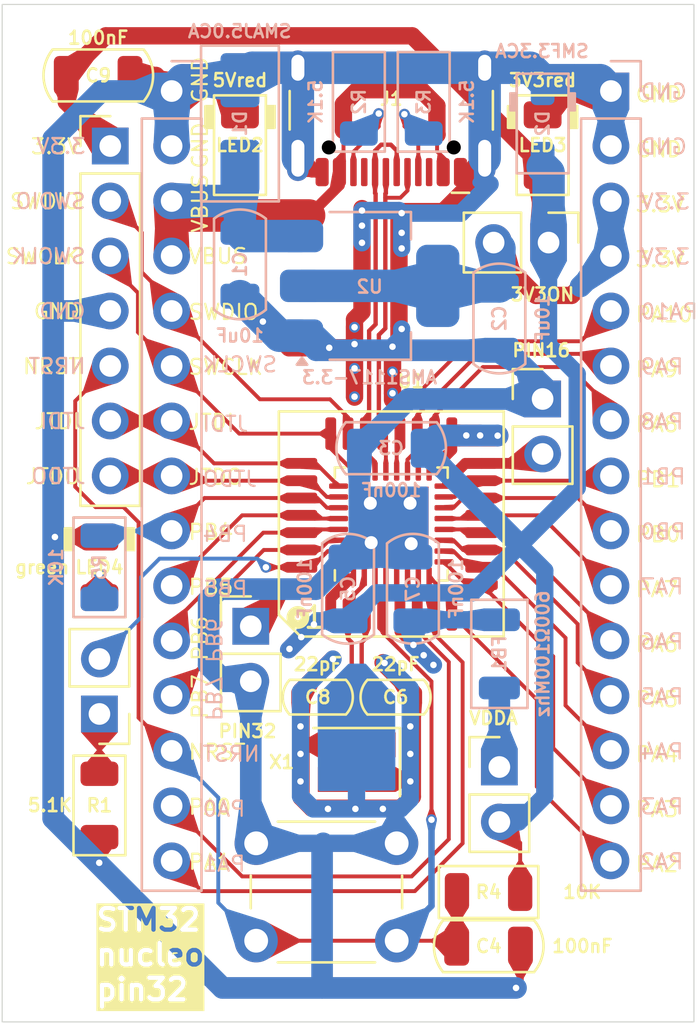
<source format=kicad_pcb>
(kicad_pcb (version 20241229) (generator "pcbnew") (generator_version "9.0")
  (layers (0 "F.Cu" signal) (2 "B.Cu" signal) (13 "F.Paste" user) (15 "B.Paste" user) (5 "F.SilkS" user "F.Silkscreen") (7 "B.SilkS" user "B.Silkscreen") (1 "F.Mask" user) (3 "B.Mask" user) (25 "Edge.Cuts" user))
  (net 0 "")
  (net 1 "VBUS")
  (net 2 "GND")
  (net 3 "/USB-")
  (net 4 "+3.3V")
  (net 5 "/NRST")
  (net 6 "VDDA")
  (net 7 "Net-(J8-Pin_1)")
  (net 9 "Net-(J1-CC1)")
  (net 11 "Net-(J1-CC2)")
  (net 12 "/BOOT0")
  (net 13 "Net-(J2-Pin_2)")
  (net 14 "/VSS2")
  (net 15 "Net-(J4-Pin_1)")
  (net 16 "/PB1")
  (net 17 "/PB7")
  (net 18 "/PA9")
  (net 19 "/PB6")
  (net 20 "/PA8")
  (net 21 "/PB4")
  (net 22 "/PB0")
  (net 23 "/PB5")
  (net 24 "/PA10")
  (net 25 "/PA7")
  (net 26 "/PA1")
  (net 27 "/PIN3_3V")
  (net 28 "/PA3")
  (net 29 "/PA2")
  (net 30 "/PA0")
  (net 31 "/PA4")
  (net 32 "/PA6")
  (net 33 "/PA5")
  (net 34 "/USB+")
  (net 35 "/SWCLK")
  (net 36 "/SWDIO")
  (net 37 "Net-(LED4-A)")
  (net 38 "/OSC32-")
  (net 39 "/OSC32+")
  (net 40 "/JTDI")
  (net 41 "/JTDO")
  (footprint "PCM_Capacitor_SMD_AKL:C_0603_1608Metric" (layer "F.Cu") (at 100.2 108)
    (property "Reference" "C6")
    (property "Value" "22pF")
  )
  (footprint "PCM_Capacitor_SMD_AKL:C_1206_3216Metric" (layer "F.Cu") (at 104.5 119.5)
    (property "Reference" "C4")
    (property "Value" "100nF")
  )
  (footprint "Connector_USB:USB_C_Receptacle_HCTL_HC-TYPE-C-16P-01A" (layer "F.Cu") (at 100 80 180)
    (property "Reference" "J1")
    (property "Value" "USB_C_Receptacle_USB2.0_16P" (hide yes))
  )
  (footprint "PCM_Capacitor_SMD_AKL:C_0603_1608Metric" (layer "F.Cu") (at 96.6 108 180)
    (property "Reference" "C8")
    (property "Value" "22pF")
  )
  (footprint "PCM_LED_SMD_AKL:LED_1206_3216Metric" (layer "F.Cu") (at 86.5 102 -90)
    (property "Reference" "LED4")
    (property "Value" "green")
  )
  (footprint "Button_Switch_THT:SW_PUSH_6mm_H7.3mm" (layer "F.Cu") (at 93.75 114.75)
    (property "Reference" "SW1" (hide yes))
    (property "Value" "SW_Push" (hide yes))
  )
  (footprint "Crystal:Crystal_SMD_SeikoEpson_TSX3225-4Pin_3.2x2.5mm" (layer "F.Cu") (at 98.4 111 180)
    (property "Reference" "X1")
    (property "Value" "Crystal_Generic_GND24" (hide yes))
  )
  (footprint "PCM_LED_SMD_AKL:LED_1206_3216Metric" (layer "F.Cu") (at 93 82.5 -90)
    (property "Reference" "LED2")
    (property "Value" "5Vred")
  )
  (footprint "Connector_PinHeader_2.54mm:PinHeader_1x02_P2.54mm_Vertical" (layer "F.Cu") (at 105 111.225)
    (property "Reference" "J8" (hide yes))
    (property "Value" "Conn_01x02" (hide yes))
  )
  (footprint "PCM_LED_SMD_AKL:LED_1206_3216Metric" (layer "F.Cu") (at 107 82.5 -90)
    (property "Reference" "LED3")
    (property "Value" "3V3red")
  )
  (footprint "Library:LQFP-32_7x7mm_P0.8mm_QFN-32-1EP_5x5mm_P0.5mm_EP3.45x3.45mm" (layer "F.Cu") (at 100 100 90)
    (property "Reference" "U1")
    (property "Value" "STM32L432K_B-C_Ux" (hide yes))
  )
  (footprint "Connector_PinHeader_2.54mm:PinHeader_1x02_P2.54mm_Vertical" (layer "F.Cu") (at 107.275 87 -90)
    (property "Reference" "J6" (hide yes))
    (property "Value" "Conn_01x02" (hide yes))
  )
  (footprint "Connector_PinHeader_2.54mm:PinHeader_1x02_P2.54mm_Vertical" (layer "F.Cu") (at 107 94.225)
    (property "Reference" "J3" (hide yes))
    (property "Value" "Conn_01x02" (hide yes))
  )
  (footprint "PCM_Resistor_SMD_AKL:R_1206_3216Metric" (layer "F.Cu") (at 104.5 117 180)
    (property "Reference" "R4")
    (property "Value" "10K")
  )
  (footprint "Connector_PinHeader_2.54mm:PinHeader_1x07_P2.54mm_Vertical" (layer "F.Cu") (at 87 82.54)
    (property "Reference" "J16" (hide yes))
    (property "Value" "Conn_01x07" (hide yes))
  )
  (footprint "PCM_Resistor_SMD_AKL:R_1206_3216Metric" (layer "F.Cu") (at 86.5 113 90)
    (property "Reference" "R1")
    (property "Value" "5.1K")
  )
  (footprint "PCM_Capacitor_SMD_AKL:C_1206_3216Metric" (layer "F.Cu") (at 86.44 79.28)
    (property "Reference" "C9")
    (property "Value" "100nF")
  )
  (footprint "Connector_PinHeader_2.54mm:PinHeader_1x02_P2.54mm_Vertical" (layer "F.Cu") (at 86.5 108.775 180)
    (property "Reference" "J2" (hide yes))
    (property "Value" "Conn_01x02" (hide yes))
  )
  (footprint "Connector_PinHeader_2.54mm:PinHeader_1x02_P2.54mm_Vertical" (layer "F.Cu") (at 93.5 104.725)
    (property "Reference" "J4" (hide yes))
    (property "Value" "Conn_01x02" (hide yes))
  )
  (footprint "PCM_Capacitor_SMD_AKL:C_1206_3216Metric" (layer "B.Cu") (at 93 88 -90)
    (property "Reference" "C1")
    (property "Value" "10uF")
  )
  (footprint "PCM_Resistor_SMD_AKL:R_1206_3216Metric" (layer "B.Cu") (at 98.5 80.5 90)
    (property "Reference" "R2")
    (property "Value" "5.1K")
  )
  (footprint "PCM_Capacitor_SMD_AKL:C_1206_3216Metric" (layer "B.Cu") (at 105 90.5 -90)
    (property "Reference" "C2")
    (property "Value" "10uF")
  )
  (footprint "PCM_Capacitor_SMD_AKL:C_1206_3216Metric" (layer "B.Cu") (at 98 103 90)
    (property "Reference" "C5")
    (property "Value" "100nF")
  )
  (footprint "Connector_PinHeader_2.54mm:PinHeader_1x15_P2.54mm_Vertical" (layer "B.Cu") (at 110.16 80 180)
    (property "Reference" "J7" (hide yes))
    (property "Value" "Conn_01x15" (hide yes))
  )
  (footprint "Connector_PinHeader_2.54mm:PinHeader_1x15_P2.54mm_Vertical" (layer "B.Cu") (at 89.84 80 180)
    (property "Reference" "J5" (hide yes))
    (property "Value" "Conn_01x15" (hide yes))
  )
  (footprint "PCM_Diode_SMD_AKL:D_SMA_TVS" (layer "B.Cu") (at 93 81.5 -90)
    (property "Reference" "D1")
    (property "Value" "SMAJ5.0CA")
  )
  (footprint "Package_TO_SOT_SMD:SOT-223-3_TabPin2" (layer "B.Cu") (at 99 89)
    (property "Reference" "U2")
    (property "Value" "AMS1117-3.3")
  )
  (footprint "PCM_Diode_SMD_AKL:D_SOD-123F" (layer "B.Cu") (at 107 81.5 -90)
    (property "Reference" "D2")
    (property "Value" "SMF3.3CA")
  )
  (footprint "PCM_Capacitor_SMD_AKL:C_1206_3216Metric" (layer "B.Cu") (at 101 103 90)
    (property "Reference" "C7")
    (property "Value" "100nF")
  )
  (footprint "PCM_Resistor_SMD_AKL:R_1206_3216Metric" (layer "B.Cu") (at 101.5 80.5 90)
    (property "Reference" "R3")
    (property "Value" "5.1K")
  )
  (footprint "PCM_Ferrite_SMD_AKL:Ferrite_1206_3216Metric" (layer "B.Cu") (at 105 106 90)
    (property "Reference" "FB1")
    (property "Value" "600Ω100Mhz")
  )
  (footprint "PCM_Resistor_SMD_AKL:R_1206_3216Metric" (layer "B.Cu") (at 86.5 102 -90)
    (property "Reference" "R5")
    (property "Value" "10K")
  )
  (footprint "PCM_Capacitor_SMD_AKL:C_1206_3216Metric" (layer "B.Cu") (at 100 96.5 180)
    (property "Reference" "C3")
    (property "Value" "100nF")
  )
  (gr_poly (pts (xy 98.07 106.55) (xy 96.69 107.94) (xy 96.71 112.24) (xy 100.09 112.21) (xy 100.08 107.99) (xy 98.77 106.55)) (stroke (width 0.2)) (fill yes) (layer "B.Cu") (net 2))
  (gr_rect (start 98.38 98.37) (end 101.62 101.65) (stroke (width 0.2)) (fill yes) (layer "B.Cu") (net 2))
  (gr_rect (start 82 76) (end 114 123) (stroke (width 0.05)) (fill no) (layer "Edge.Cuts"))
  (gr_text "GND\n" (at 91.56 83.65 90) (layer "F.SilkS") (effects (font (size 0.7 0.7) (thickness 0.1)) (justify left bottom)))
  (gr_text "PIN32" (at 91.94 109.92 0) (layer "F.SilkS") (effects (font (size 0.6 0.6) (thickness 0.12) (bold yes)) (justify left bottom)))
  (gr_text "SWDIO" (at 82.3 85.51 0) (layer "F.SilkS") (effects (font (size 0.7 0.7) (thickness 0.1)) (justify left bottom)))
  (gr_text "SWDIO" (at 90.56 90.62 0) (layer "F.SilkS") (effects (font (size 0.7 0.7) (thickness 0.1)) (justify left bottom)))
  (gr_text "PA7" (at 111.24 103.43 0) (layer "F.SilkS") (effects (font (size 0.7 0.7) (thickness 0.1)) (justify left bottom)))
  (gr_text "PA9" (at 111.24 93.27 0) (layer "F.SilkS") (effects (font (size 0.7 0.7) (thickness 0.1)) (justify left bottom)))
  (gr_text "3.3V" (at 111.24 85.65 0) (layer "F.SilkS") (effects (font (size 0.7 0.7) (thickness 0.1)) (justify left bottom)))
  (gr_text "NRST" (at 90.56 110.94 0) (layer "F.SilkS") (effects (font (size 0.7 0.7) (thickness 0.1)) (justify left bottom)))
  (gr_text "JTDI" (at 83.433334 95.67 0) (layer "F.SilkS") (effects (font (size 0.7 0.7) (thickness 0.1)) (justify left bottom)))
  (gr_text "JTDI" (at 90.56 95.7 0) (layer "F.SilkS") (effects (font (size 0.7 0.7) (thickness 0.1)) (justify left bottom)))
  (gr_text "VBUS" (at 90.56 88.04 0) (layer "F.SilkS") (effects (font (size 0.7 0.7) (thickness 0.1)) (justify left bottom)))
  (gr_text "JTDO" (at 90.56 98.24 0) (layer "F.SilkS") (effects (font (size 0.7 0.7) (thickness 0.1)) (justify left bottom)))
  (gr_text "GND\n" (at 91.56 80.61 90) (layer "F.SilkS") (effects (font (size 0.7 0.7) (thickness 0.1)) (justify left bottom)))
  (gr_text "PB5" (at 90.56 103.32 0) (layer "F.SilkS") (effects (font (size 0.7 0.7) (thickness 0.1)) (justify left bottom)))
  (gr_text "PA4" (at 111.24 111.05 0) (layer "F.SilkS") (effects (font (size 0.7 0.7) (thickness 0.1)) (justify left bottom)))
  (gr_text "SWCLK" (at 90.56 93.16 0) (layer "F.SilkS") (effects (font (size 0.7 0.7) (thickness 0.1)) (justify left bottom)))
  (gr_text "NRST" (at 82.9 93.13 0) (layer "F.SilkS") (effects (font (size 0.7 0.7) (thickness 0.1)) (justify left bottom)))
  (gr_text "PA1" (at 90.56 116.02 0) (layer "F.SilkS") (effects (font (size 0.7 0.7) (thickness 0.1)) (justify left bottom)))
  (gr_text "PB4" (at 90.56 100.78 0) (layer "F.SilkS") (effects (font (size 0.7 0.7) (thickness 0.1)) (justify left bottom)))
  (gr_text "PA2" (at 111.24 116.13 0) (layer "F.SilkS") (effects (font (size 0.7 0.7) (thickness 0.1)) (justify left bottom)))
  (gr_text "VDDA" (at 103.53 109.32 0) (layer "F.SilkS") (effects (font (size 0.6 0.6) (thickness 0.12) (bold yes)) (justify left bottom)))
  (gr_text "3V3ON" (at 105.46 89.75 0) (layer "F.SilkS") (effects (font (size 0.6 0.6) (thickness 0.12) (bold yes)) (justify left bottom)))
  (gr_text "PB6" (at 91.56 106.38 90) (layer "F.SilkS") (effects (font (size 0.7 0.7) (thickness 0.1)) (justify left bottom)))
  (gr_text "PB7" (at 91.56 109.07 90) (layer "F.SilkS") (effects (font (size 0.7 0.7) (thickness 0.1)) (justify left bottom)))
  (gr_text "PA6" (at 111.24 105.97 0) (layer "F.SilkS") (effects (font (size 0.7 0.7) (thickness 0.1)) (justify left bottom)))
  (gr_text "GND\n" (at 111.24 80.57 0) (layer "F.SilkS") (effects (font (size 0.7 0.7) (thickness 0.1)) (justify left bottom)))
  (gr_text "PB0" (at 111.24 100.89 0) (layer "F.SilkS") (effects (font (size 0.7 0.7) (thickness 0.1)) (justify left bottom)))
  (gr_text "GND\n" (at 111.24 83.11 0) (layer "F.SilkS") (effects (font (size 0.7 0.7) (thickness 0.1)) (justify left bottom)))
  (gr_text "PA0" (at 90.56 113.48 0) (layer "F.SilkS") (effects (font (size 0.7 0.7) (thickness 0.1)) (justify left bottom)))
  (gr_text "PB1" (at 111.24 98.35 0) (layer "F.SilkS") (effects (font (size 0.7 0.7) (thickness 0.1)) (justify left bottom)))
  (gr_text "PA8" (at 111.24 95.81 0) (layer "F.SilkS") (effects (font (size 0.7 0.7) (thickness 0.1)) (justify left bottom)))
  (gr_text "3.3V" (at 111.24 88.19 0) (layer "F.SilkS") (effects (font (size 0.7 0.7) (thickness 0.1)) (justify left bottom)))
  (gr_text "JTDO" (at 83.033334 98.21 0) (layer "F.SilkS") (effects (font (size 0.7 0.7) (thickness 0.1)) (justify left bottom)))
  (gr_text "PIN16" (at 105.53 92.33 0) (layer "F.SilkS") (effects (font (size 0.6 0.6) (thickness 0.12) (bold yes)) (justify left bottom)))
  (gr_text "STM32\nnucleo\npin32" (at 86.25 122.09 0) (layer "F.SilkS" knockout) (effects (font (size 1 1) (thickness 0.2) (bold yes)) (justify left bottom)))
  (gr_text "SWCLK" (at 82.099999 88.05 0) (layer "F.SilkS") (effects (font (size 0.7 0.7) (thickness 0.1)) (justify left bottom)))
  (gr_text "PA10" (at 111.24 90.73 0) (layer "F.SilkS") (effects (font (size 0.7 0.7) (thickness 0.1)) (justify left bottom)))
  (gr_text "VBUS" (at 91.56 86.6 90) (layer "F.SilkS") (effects (font (size 0.7 0.7) (thickness 0.1)) (justify left bottom)))
  (gr_text "PA5" (at 111.24 108.51 0) (layer "F.SilkS") (effects (font (size 0.7 0.7) (thickness 0.1)) (justify left bottom)))
  (gr_text "GND" (at 83.4 90.59 0) (layer "F.SilkS") (effects (font (size 0.7 0.7) (thickness 0.1)) (justify left bottom)))
  (gr_text "PA3" (at 111.24 113.59 0) (layer "F.SilkS") (effects (font (size 0.7 0.7) (thickness 0.1)) (justify left bottom)))
  (gr_text "3.3V" (at 83.266666 82.97 0) (layer "F.SilkS") (effects (font (size 0.7 0.7) (thickness 0.1)) (justify left bottom)))
  (gr_text "PB5" (at 93.41 103.41 -0) (layer "B.SilkS") (effects (font (size 0.7 0.7) (thickness 0.1)) (justify left bottom mirror)))
  (gr_text "NRST" (at 85.92 93.12 -0) (layer "B.SilkS") (effects (font (size 0.7 0.7) (thickness 0.1)) (justify left bottom mirror)))
  (gr_text "JTDO" (at 85.92 98.2 -0) (layer "B.SilkS") (effects (font (size 0.7 0.7) (thickness 0.1)) (justify left bottom mirror)))
  (gr_text "JTDI" (at 93.443332 95.79 -0) (layer "B.SilkS") (effects (font (size 0.7 0.7) (thickness 0.1)) (justify left bottom mirror)))
  (gr_text "PA9" (at 113.57 93.14 -0) (layer "B.SilkS") (effects (font (size 0.7 0.7) (thickness 0.1)) (justify left bottom mirror)))
  (gr_text "GND" (at 85.92 90.58 -0) (layer "B.SilkS") (effects (font (size 0.7 0.7) (thickness 0.1)) (justify left bottom mirror)))
  (gr_text "JTDI" (at 85.92 95.66 -0) (layer "B.SilkS") (effects (font (size 0.7 0.7) (thickness 0.1)) (justify left bottom mirror)))
  (gr_text "PA7" (at 113.57 103.3 -0) (layer "B.SilkS") (effects (font (size 0.7 0.7) (thickness 0.1)) (justify left bottom mirror)))
  (gr_text "PA6" (at 113.57 105.84 -0) (layer "B.SilkS") (effects (font (size 0.7 0.7) (thickness 0.1)) (justify left bottom mirror)))
  (gr_text "GND\n" (at 113.736666 80.44 -0) (layer "B.SilkS") (effects (font (size 0.7 0.7) (thickness 0.1)) (justify left bottom mirror)))
  (gr_text "PB1" (at 113.67 98.22 -0) (layer "B.SilkS") (effects (font (size 0.7 0.7) (thickness 0.1)) (justify left bottom mirror)))
  (gr_text "3.3V" (at 85.92 82.96 -0) (layer "B.SilkS") (effects (font (size 0.7 0.7) (thickness 0.1)) (justify left bottom mirror)))
  (gr_text "3.3V" (at 113.87 88.06 -0) (layer "B.SilkS") (effects (font (size 0.7 0.7) (thickness 0.1)) (justify left bottom mirror)))
  (gr_text "NRST" (at 93.976666 111.03 -0) (layer "B.SilkS") (effects (font (size 0.7 0.7) (thickness 0.1)) (justify left bottom mirror)))
  (gr_text "PB0" (at 113.67 100.76 -0) (layer "B.SilkS") (effects (font (size 0.7 0.7) (thickness 0.1)) (justify left bottom mirror)))
  (gr_text "PB7" (at 91.353333 109.16 -90) (layer "B.SilkS") (effects (font (size 0.7 0.7) (thickness 0.1)) (justify left bottom mirror)))
  (gr_text "PB6" (at 91.353333 106.47 -90) (layer "B.SilkS") (effects (font (size 0.7 0.7) (thickness 0.1)) (justify left bottom mirror)))
  (gr_text "JTDO" (at 93.843332 98.33 -0) (layer "B.SilkS") (effects (font (size 0.7 0.7) (thickness 0.1)) (justify left bottom mirror)))
  (gr_text "PA2" (at 113.57 116 -0) (layer "B.SilkS") (effects (font (size 0.7 0.7) (thickness 0.1)) (justify left bottom mirror)))
  (gr_text "SWCLK" (at 85.92 88.04 -0) (layer "B.SilkS") (effects (font (size 0.7 0.7) (thickness 0.1)) (justify left bottom mirror)))
  (gr_text "SWDIO" (at 85.92 85.5 -0) (layer "B.SilkS") (effects (font (size 0.7 0.7) (thickness 0.1)) (justify left bottom mirror)))
  (gr_text "PA4" (at 113.57 110.92 -0) (layer "B.SilkS") (effects (font (size 0.7 0.7) (thickness 0.1)) (justify left bottom mirror)))
  (gr_text "SWCLK" (at 94.776667 93.04 -0) (layer "B.SilkS") (effects (font (size 0.7 0.7) (thickness 0.1)) (justify left bottom mirror)))
  (gr_text "GND\n" (at 113.736666 82.98 -0) (layer "B.SilkS") (effects (font (size 0.7 0.7) (thickness 0.1)) (justify left bottom mirror)))
  (gr_text "PA8" (at 113.57 95.68 -0) (layer "B.SilkS") (effects (font (size 0.7 0.7) (thickness 0.1)) (justify left bottom mirror)))
  (gr_text "PA3" (at 113.57 113.46 -0) (layer "B.SilkS") (effects (font (size 0.7 0.7) (thickness 0.1)) (justify left bottom mirror)))
  (gr_text "PA1" (at 93.31 116.11 -0) (layer "B.SilkS") (effects (font (size 0.7 0.7) (thickness 0.1)) (justify left bottom mirror)))
  (gr_text "PA10" (at 114.236667 90.6 -0) (layer "B.SilkS") (effects (font (size 0.7 0.7) (thickness 0.1)) (justify left bottom mirror)))
  (gr_text "PA5" (at 113.57 108.38 -0) (layer "B.SilkS") (effects (font (size 0.7 0.7) (thickness 0.1)) (justify left bottom mirror)))
  (gr_text "3.3V" (at 113.87 85.52 -0) (layer "B.SilkS") (effects (font (size 0.7 0.7) (thickness 0.1)) (justify left bottom mirror)))
  (gr_text "PA0" (at 93.31 113.57 -0) (layer "B.SilkS") (effects (font (size 0.7 0.7) (thickness 0.1)) (justify left bottom mirror)))
  (gr_text "PB4" (at 93.41 100.87 -0) (layer "B.SilkS") (effects (font (size 0.7 0.7) (thickness 0.1)) (justify left bottom mirror)))
  (segment (start 102.12 82.01) (end 102.12 82.791008) (width 0.18) (layer "F.Cu") (net 1))
  (segment (start 97.79 81.82) (end 97.786 81.816) (width 0.8) (layer "F.Cu") (net 1))
  (segment (start 102.11 80.68) (end 102.11 82) (width 0.8) (layer "F.Cu") (net 1))
  (segment (start 90.51 85.75) (end 89.84 85.08) (width 1.5) (layer "F.Cu") (net 1))
  (segment (start 102.12 82.791008) (end 102.4 83.071008) (width 0.18) (layer "F.Cu") (net 1))
  (segment (start 89.84 87.62) (end 89.84 85.08) (width 1.5) (layer "F.Cu") (net 1))
  (segment (start 101.37 79.94) (end 102.11 80.68) (width 0.8) (layer "F.Cu") (net 1))
  (segment (start 93 85.75) (end 93 83.9) (width 0.3) (layer "F.Cu") (net 1))
  (segment (start 97.79 81.82) (end 97.79 83.555) (width 0.18) (layer "F.Cu") (net 1))
  (segment (start 97.6 84.350104) (end 96.200104 85.75) (width 0.5) (layer "F.Cu") (net 1))
  (segment (start 96.200104 85.75) (end 90.51 85.75) (width 1.5) (layer "F.Cu") (net 1))
  (segment (start 97.6 83.745) (end 97.6 84.350104) (width 0.5) (layer "F.Cu") (net 1))
  (segment (start 98.45 79.94) (end 101.37 79.94) (width 0.8) (layer "F.Cu") (net 1))
  (segment (start 97.786 81.816) (end 97.786 80.604) (width 0.8) (layer "F.Cu") (net 1))
  (segment (start 97.786 80.604) (end 98.45 79.94) (width 0.8) (layer "F.Cu") (net 1))
  (segment (start 102.11 82) (end 102.12 82.01) (width 0.8) (layer "F.Cu") (net 1))
  (segment (start 102.4 83.071008) (end 102.4 83.745) (width 0.18) (layer "F.Cu") (net 1))
  (segment (start 93.175 86.7) (end 93 86.525) (width 1.5) (layer "B.Cu") (net 1))
  (segment (start 95.85 86.7) (end 93.175 86.7) (width 1.5) (layer "B.Cu") (net 1))
  (segment (start 93 83.5) (end 93 86.525) (width 1.5) (layer "B.Cu") (net 1))
  (segment (start 93 85.08) (end 93 83.5) (width 1.5) (layer "B.Cu") (net 1))
  (segment (start 89.84 85.08) (end 93 85.08) (width 1.5) (layer "B.Cu") (net 1))
  (segment (start 95.825 107.715) (end 97.3 106.24) (width 0.8) (layer "F.Cu") (net 2))
  (segment (start 98.3 92.81) (end 98.3 94.12) (width 0.8) (layer "F.Cu") (net 2))
  (segment (start 98.644 87.01) (end 98.644 86.22) (width 0.8) (layer "F.Cu") (net 2))
  (segment (start 98.3 94.12) (end 98.3 94.14) (width 0.8) (layer "F.Cu") (net 2))
  (segment (start 110.15 80.01) (end 110.16 80) (width 1) (layer "F.Cu") (net 2))
  (segment (start 98.3 90.544) (end 98.3 90.91) (width 0.8) (layer "F.Cu") (net 2))
  (segment (start 100.056 93.96) (end 100.056 91.81) (width 0.8) (layer "F.Cu") (net 2))
  (segment (start 98.3 91.86) (end 97.13 91.86) (width 0.8) (layer "F.Cu") (net 2))
  (segment (start 105.78 121.43) (end 105.975001 121.234999) (width 0.3) (layer "F.Cu") (net 2))
  (segment (start 98.3 91.86) (end 98.3 92.81) (width 0.8) (layer "F.Cu") (net 2))
  (segment (start 104.32 83.655) (end 102.405 85.57) (width 0.8) (layer "F.Cu") (net 2))
  (segment (start 100.356 91.51) (end 100.356 90.866) (width 0.8) (layer "F.Cu") (net 2))
  (segment (start 103.2 83.745) (end 103.68 83.745) (width 0.5) (layer "F.Cu") (net 2))
  (segment (start 91.9 80) (end 93 81.1) (width 0.3) (layer "F.Cu") (net 2))
  (segment (start 97.13 91.86) (end 95.27 91.86) (width 0.8) (layer "F.Cu") (net 2))
  (segment (start 100.975 108) (end 100.975 107.761282) (width 0.8) (layer "F.Cu") (net 2))
  (segment (start 98.3 91.69) (end 98.3 91.86) (width 0.8) (layer "F.Cu") (net 2))
  (segment (start 95.835 110.2) (end 95.825 110.19) (width 0.5) (layer "F.Cu") (net 2))
  (segment (start 96.32 83.745) (end 95.68 83.105) (width 0.5) (layer "F.Cu") (net 2))
  (segment (start 100.056 91.81) (end 100.356 91.51) (width 0.8) (layer "F.Cu") (net 2))
  (segment (start 100.056 92.97) (end 100.056 91.81) (width 0.8) (layer "F.Cu") (net 2))
  (segment (start 98.644 85.52) (end 98.644 85.43) (width 0.8) (layer "F.Cu") (net 2))
  (segment (start 98.3 94.12) (end 98.3 90.91) (width 0.8) (layer "F.Cu") (net 2))
  (segment (start 95.27 91.86) (end 94.06 90.65) (width 0.8) (layer "F.Cu") (net 2))
  (segment (start 98.3 90.91) (end 98.3 91.69) (width 0.8) (layer "F.Cu") (net 2))
  (segment (start 100.975 108) (end 100.975 112.595) (width 0.8) (layer "F.Cu") (net 2))
  (segment (start 100.975 107.761282) (end 99.621859 106.408141) (width 0.8) (layer "F.Cu") (net 2))
  (segment (start 86.5 115.64) (end 86.49 115.65) (width 0.3) (layer "F.Cu") (net 2))
  (segment (start 98.644 90.2) (end 98.3 90.544) (width 0.8) (layer "F.Cu") (net 2))
  (segment (start 86.5 100.600001) (end 84.44 100.6) (width 0.3) (layer "F.Cu") (net 2))
  (segment (start 99.5 111.8) (end 100.79 111.8) (width 0.5) (layer "F.Cu") (net 2))
  (segment (start 100.356 85.764) (end 100.48 85.64) (width 0.8) (layer "F.Cu") (net 2))
  (segment (start 100.356 90.866) (end 100.356 85.764) (width 0.8) (layer "F.Cu") (net 2))
  (segment (start 96.333 113.13) (end 100.44 113.13) (width 0.8) (layer "F.Cu") (net 2))
  (segment (start 95.825 110.19) (end 95.825 112.622) (width 0.8) (layer "F.Cu") (net 2))
  (segment (start 97.3 110.2) (end 95.835 110.2) (width 0.5) (layer "F.Cu") (net 2))
  (segment (start 100.975 112.595) (end 100.44 113.13) (width 0.8) (layer "F.Cu") (net 2))
  (segment (start 108.09 80.01) (end 110.15 80.01) (width 1) (layer "F.Cu") (net 2))
  (segment (start 98.644 86.22) (end 98.644 85.52) (width 0.8) (layer "F.Cu") (net 2))
  (segment (start 104.32 83.105) (end 104.32 83.655) (width 0.8) (layer "F.Cu") (net 2))
  (segment (start 100.056 94.266144) (end 100.056 93.96) (width 0.8) (layer "F.Cu") (net 2))
  (segment (start 107 81.1) (end 108.09 80.01) (width 1) (layer "F.Cu") (net 2))
  (segment (start 99.621859 106.408141) (end 99.621858 106.408141) (width 0.8) (layer "F.Cu") (net 2))
  (segment (start 87.915001 79.28) (end 89.12 79.28) (width 0.8) (layer "F.Cu") (net 2))
  (segment (start 102.405 85.57) (end 100.48 85.57) (width 0.8) (layer "F.Cu") (net 2))
  (segment (start 100.79 111.8) (end 100.88 111.89) (width 0.5) (layer "F.Cu") (net 2))
  (segment (start 95.825 112.622) (end 96.333 113.13) (width 0.8) (layer "F.Cu") (net 2))
  (segment (start 89.84 80) (end 91.9 80) (width 0.3) (layer "F.Cu") (net 2))
  (segment (start 86.5 114.4625) (end 86.5 115.64) (width 0.3) (layer "F.Cu") (net 2))
  (segment (start 100.48 85.64) (end 100.48 85.57) (width 0.8) (layer "F.Cu") (net 2))
  (segment (start 105.77 121.43) (end 105.78 121.43) (width 0.3) (layer "F.Cu") (net 2))
  (segment (start 98.644 90.2) (end 98.644 87.01) (width 0.8) (layer "F.Cu") (net 2))
  (segment (start 95.825 108) (end 95.825 107.715) (width 0.8) (layer "F.Cu") (net 2))
  (segment (start 89.12 79.28) (end 89.84 80) (width 0.8) (layer "F.Cu") (net 2))
  (segment (start 100.056 93.96) (end 100.056 92.97) (width 0.8) (layer "F.Cu") (net 2))
  (segment (start 105.975001 121.234999) (end 105.975001 119.5) (width 0.3) (layer "F.Cu") (net 2))
  (segment (start 96.8 83.745) (end 96.32 83.745) (width 0.5) (layer "F.Cu") (net 2))
  (segment (start 103.68 83.745) (end 104.32 83.105) (width 0.5) (layer "F.Cu") (net 2))
  (segment (start 95.825 108) (end 95.825 110.19) (width 0.8) (layer "F.Cu") (net 2))
  (via (at 100.48 86.55) (size 0.5) (drill 0.3) (layers "F.Cu" "B.Cu") (net 2))
  (via (at 98.3 91.69) (size 0.5) (drill 0.3) (layers "F.Cu" "B.Cu") (net 2))
  (via (at 98.644 87.01) (size 0.5) (drill 0.3) (layers "F.Cu" "B.Cu") (net 2))
  (via (at 105.77 121.43) (size 0.5) (drill 0.3) (layers "F.Cu" "B.Cu") (net 2))
  (via (at 100.48 87.27) (size 0.5) (drill 0.3) (layers "F.Cu" "B.Cu") (net 2))
  (via (at 98.3 90.91) (size 0.5) (drill 0.3) (layers "F.Cu" "B.Cu") (net 2))
  (via (at 100.056 91.81) (size 0.5) (drill 0.3) (layers "F.Cu" "B.Cu") (net 2))
  (via (at 97.07 113.16) (size 0.5) (drill 0.3) (layers "F.Cu" "B.Cu") (net 2))
  (via (at 95.8 110.62) (size 0.5) (drill 0.3) (layers "F.Cu" "B.Cu") (net 2))
  (via (at 99.03 99.04) (size 1.27) (drill 0.6) (layers "F.Cu" "B.Cu") (net 2))
  (via (at 100.056 93.96) (size 0.5) (drill 0.3) (layers "F.Cu" "B.Cu") (net 2))
  (via (at 100.92 100.91) (size 1.27) (drill 0.6) (layers "F.Cu" "B.Cu") (net 2))
  (via (at 97.13 91.86) (size 0.5) (drill 0.3) (layers "F.Cu" "B.Cu") (net 2))
  (via (at 100.48 85.64) (size 0.5) (drill 0.3) (layers "F.Cu" "B.Cu") (net 2))
  (via (at 98.644 85.52) (size 0.5) (drill 0.3) (layers "F.Cu" "B.Cu") (net 2))
  (via (at 99.61 113.16) (size 0.5) (drill 0.3) (layers "F.Cu" "B.Cu") (net 2))
  (via (at 100.88 110.62) (size 0.5) (drill 0.3) (layers "F.Cu" "B.Cu") (net 2))
  (via (at 97.3 106.24) (size 0.5) (drill 0.3) (layers "F.Cu" "B.Cu") (net 2))
  (via (at 95.8 109.35) (size 0.5) (drill 0.3) (layers "F.Cu" "B.Cu") (net 2))
  (via (at 95.8 111.89) (size 0.5) (drill 0.3) (layers "F.Cu" "B.Cu") (net 2))
  (via (at 86.49 115.65) (size 0.5) (drill 0.3) (layers "F.Cu" "B.Cu") (net 2))
  (via (at 100.88 111.89) (size 0.5) (drill 0.3) (layers "F.Cu" "B.Cu") (net 2))
  (via (at 100.056 92.97) (size 0.5) (drill 0.3) (layers "F.Cu" "B.Cu") (net 2))
  (via (at 94.06 90.65) (size 0.5) (drill 0.3) (layers "F.Cu" "B.Cu") (net 2))
  (via (at 100.48 90.99) (size 0.5) (drill 0.3) (layers "F.Cu" "B.Cu") (net 2))
  (via (at 98.34 113.16) (size 0.5) (drill 0.3) (layers "F.Cu" "B.Cu") (net 2))
  (via (at 100.87 99.04) (size 1.27) (drill 0.6) (layers "F.Cu" "B.Cu") (net 2))
  (via (at 99.07 100.86) (size 1.27) (drill 0.6) (layers "F.Cu" "B.Cu") (net 2))
  (via (at 98.3 94.12) (size 0.5) (drill 0.3) (layers "F.Cu" "B.Cu") (net 2))
  (via (at 100.88 109.35) (size 0.5) (drill 0.3) (layers "F.Cu" "B.Cu") (net 2))
  (via (at 98.3 92.81) (size 0.5) (drill 0.3) (layers "F.Cu" "B.Cu") (net 2))
  (via (at 84.44 100.6) (size 0.5) (drill 0.3) (layers "F.Cu" "B.Cu") (net 2))
  (via (at 98.644 86.22) (size 0.5) (drill 0.3) (layers "F.Cu" "B.Cu") (net 2))
  (via (at 99.69 106.42) (size 0.5) (drill 0.3) (layers "F.Cu" "B.Cu") (net 2))
  (segment (start 105 91.975) (end 96.525 91.975) (width 1) (layer "B.Cu") (net 2))
  (segment (start 103.23 85.64) (end 104.57 84.3) (width 0.8) (layer "B.Cu") (net 2))
  (segment (start 95.68 78.925) (end 93.575 78.925) (width 1.5) (layer "B.Cu") (net 2))
  (segment (start 100.48 85.64) (end 103.23 85.64) (width 0.8) (layer "B.Cu") (net 2))
  (segment (start 105.355 91.975) (end 107 93.62) (width 1) (layer "B.Cu") (net 2))
  (segment (start 101 101.525) (end 98 101.525) (width 1) (layer "B.Cu") (net 2))
  (segment (start 93.5 114.5) (end 93.75 114.75) (width 1) (layer "B.Cu") (net 2))
  (segment (start 100.28 113.16) (end 100.43 113.16) (width 0.8) (layer "B.Cu") (net 2))
  (segment (start 98.39 113.11) (end 98.34 113.16) (width 0.8) (layer "B.Cu") (net 2))
  (segment (start 91.55 106.517081) (end 92.297919 107.265) (width 1) (layer "B.Cu") (net 2))
  (segment (start 96.8 121.43) (end 96.8 114.8) (width 1) (layer "B.Cu") (net 2))
  (segment (start 95.85 91.3) (end 94.825 91.3) (width 1.5) (layer "B.Cu") (net 2))
  (segment (start 100.88 111.89) (end 100.88 109.35) (width 0.5) (layer "B.Cu") (net 2))
  (segment (start 107 93.62) (end 107 94.225) (width 1) (layer "B.Cu") (net 2))
  (segment (start 95.8 107.75) (end 95.8 109.35) (width 0.8) (layer "B.Cu") (net 2))
  (segment (start 107 79.5) (end 109.66 79.5) (width 1.5) (layer "B.Cu") (net 2))
  (segment (start 96.8 114.8) (end 96.85 114.75) (width 1) (layer "B.Cu") (net 2))
  (segment (start 89.84 82.54) (end 89.84 80) (width 1.5) (layer "B.Cu") (net 2))
  (segment (start 100.25 114.75) (end 100.25 113.19) (width 0.5) (layer "B.Cu") (net 2))
  (segment (start 87 90.16) (end 84.41 90.16) (width 1) (layer "B.Cu") (net 2))
  (segment (start 92.04 103.01) (end 91.55 103.5) (width 1) (layer "B.Cu") (net 2))
  (segment (start 110.16 80) (end 110.16 82.54) (width 1) (layer "B.Cu") (net 2))
  (segment (start 100.25 113.19) (end 100.28 113.16) (width 0.5) (layer "B.Cu") (net 2))
  (segment (start 96.39 113.16) (end 100.28 113.16) (width 0.8) (layer "B.Cu") (net 2))
  (segment (start 96.525 91.975) (end 95.85 91.3) (width 1) (layer "B.Cu") (net 2))
  (segment (start 90.34 79.5) (end 89.84 80) (width 1.5) (layer "B.Cu") (net 2))
  (segment (start 97.3 106.24) (end 97.3 106.25) (width 0.8) (layer "B.Cu") (net 2))
  (segment (start 84.36 113.6) (end 92.19 121.43) (width 1) (layer "B.Cu") (net 2))
  (segment (start 96.515 103.01) (end 92.04 103.01) (width 1) (layer "B.Cu") (net 2))
  (segment (start 101.01 109.22) (end 100.88 109.35) (width 0.5) (layer "B.Cu") (net 2))
  (segment (start 99.69 106.42) (end 101.01 107.74) (width 0.5) (layer "B.Cu") (net 2))
  (segment (start 101.01 107.74) (end 101.01 109.22) (width 0.5) (layer "B.Cu") (net 2))
  (segment (start 93.75 114.75) (end 96.85 114.75) (width 0.8) (layer "B.Cu") (net 2))
  (segment (start 93.575 78.925) (end 93 79.5) (width 1.5) (layer "B.Cu") (net 2))
  (segment (start 84.36 82.218) (end 84.36 90.11) (width 1) (layer "B.Cu") (net 2))
  (segment (start 100.28 113.16) (end 99.61 113.16) (width 0.5) (layer "B.Cu") (net 2))
  (segment (start 98.644 85.52) (end 100.36 85.52) (width 0.8) (layer "B.Cu") (net 2))
  (segment (start 100.88 111.89) (end 100.88 107.87) (width 0.8) (layer "B.Cu") (net 2))
  (segment (start 98.644 87.01) (end 98.644 85.52) (width 0.8) (layer "B.Cu") (net 2))
  (segment (start 100.43 113.16) (end 100.88 112.71) (width 0.8) (layer "B.Cu") (net 2))
  (segment (start 104.32 83.9) (end 104 84.22) (width 0.5) (layer "B.Cu") (net 2))
  (segment (start 98.525 101) (end 98 101.525) (width 1) (layer "B.Cu") (net 2))
  (segment (start 100.48 91.386) (end 100.056 91.81) (width 0.8) (layer "B.Cu") (net 2))
  (segment (start 96.39 113.16) (end 99.61 113.16) (width 0.5) (layer "B.Cu") (net 2))
  (segment (start 84.36 90.11) (end 84.36 113.6) (width 1) (layer "B.Cu") (net 2))
  (segment (start 100.88 112.71) (end 100.88 111.89) (width 0.8) (layer "B.Cu") (net 2))
  (segment (start 100.88 107.87) (end 101.01 107.74) (width 0.5) (layer "B.Cu") (net 2))
  (segment (start 93 79.5) (end 90.34 79.5) (width 1.5) (layer "B.Cu") (net 2))
  (segment (start 98 101.525) (end 96.515 103.01) (width 1) (layer "B.Cu") (net 2))
  (segment (start 84.41 90.16) (end 84.36 90.11) (width 1) (layer "B.Cu") (net 2))
  (segment (start 104.32 78.925) (end 104.32 83.105) (width 1.5) (layer "B.Cu") (net 2))
  (segment (start 98.525 96.5) (end 98.525 101) (width 1) (layer "B.Cu") (net 2))
  (segment (start 105 91.975) (end 105.355 91.975) (width 1) (layer "B.Cu") (net 2))
  (segment (start 107 94.225) (end 100.8 94.225) (width 1) (layer "B.Cu") (net 2))
  (segment (start 104.32 78.925) (end 106.425 78.925) (width 1.5) (layer "B.Cu") (net 2))
  (segment (start 100.48 87.27) (end 100.48 85.64) (width 0.8) (layer "B.Cu") (net 2))
  (segment (start 100.88 109.35) (end 100.88 107.61) (width 0.8) (layer "B.Cu") (net 2))
  (segment (start 92.297919 107.265) (end 93.5 107.265) (width 1) (layer "B.Cu") (net 2))
  (segment (start 96.85 114.75) (end 100.25 114.75) (width 0.8) (layer "B.Cu") (net 2))
  (segment (start 98.39 109.395) (end 98.39 113.11) (width 0.8) (layer "B.Cu") (net 2))
  (segment (start 94.825 91.3) (end 93 89.475) (width 1.5) (layer "B.Cu") (net 2))
  (segment (start 92.19 121.43) (end 96.8 121.43) (width 1) (layer "B.Cu") (net 2))
  (segment (start 96.8 121.43) (end 105.77 121.43) (width 1) (layer "B.Cu") (net 2))
  (segment (start 109.66 79.5) (end 110.16 80) (width 1.5) (layer "B.Cu") (net 2))
  (segment (start 100.88 107.61) (end 99.69 106.42) (width 0.8) (layer "B.Cu") (net 2))
  (segment (start 95.8 112.57) (end 96.39 113.16) (width 0.8) (layer "B.Cu") (net 2))
  (segment (start 93.5 107.265) (end 93.5 114.5) (width 1) (layer "B.Cu") (net 2))
  (segment (start 97.3 106.25) (end 95.8 107.75) (width 0.8) (layer "B.Cu") (net 2))
  (segment (start 95.68 78.925) (end 104.32 78.925) (width 1.5) (layer "B.Cu") (net 2))
  (segment (start 106.425 78.925) (end 107 79.5) (width 1.5) (layer "B.Cu") (net 2))
  (segment (start 95.8 109.35) (end 95.8 112.57) (width 0.8) (layer "B.Cu") (net 2))
  (segment (start 104.32 83.105) (end 104.32 83.9) (width 0.5) (layer "B.Cu") (net 2))
  (segment (start 100.36 85.52) (end 100.48 85.64) (width 0.8) (layer "B.Cu") (net 2))
  (segment (start 100.48 90.99) (end 100.48 91.386) (width 0.8) (layer "B.Cu") (net 2))
  (segment (start 95.68 78.925) (end 95.68 83.105) (width 1.5) (layer "B.Cu") (net 2))
  (segment (start 100.8 94.225) (end 98.525 96.5) (width 1) (layer "B.Cu") (net 2))
  (segment (start 89.84 80) (end 86.578 80) (width 1) (layer "B.Cu") (net 2))
  (segment (start 86.578 80) (end 84.36 82.218) (width 1) (layer "B.Cu") (net 2))
  (segment (start 91.55 103.5) (end 91.55 106.517081) (width 1) (layer "B.Cu") (net 2))
  (segment (start 99.725 90.963198) (end 99.725 84.93) (width 0.2) (layer "F.Cu") (net 3))
  (segment (start 99.6 95.825) (end 99.6 95.325) (width 0.2) (layer "F.Cu") (net 3))
  (segment (start 99.75 95.975) (end 99.6 95.825) (width 0.18) (layer "F.Cu") (net 3))
  (segment (start 100.42 84.93) (end 99.725 84.93) (width 0.18) (layer "F.Cu") (net 3))
  (segment (start 99.6 95.325) (end 99.425 95.15) (width 0.2) (layer "F.Cu") (net 3))
  (segment (start 100.75 84.6) (end 100.42 84.93) (width 0.18) (layer "F.Cu") (net 3))
  (segment (start 99.425 91.263198) (end 99.725 90.963198) (width 0.2) (layer "F.Cu") (net 3))
  (segment (start 99.725 84.745001) (end 99.75 84.720001) (width 0.2) (layer "F.Cu") (net 3))
  (segment (start 99.425 95.15) (end 99.425 91.263198) (width 0.2) (layer "F.Cu") (net 3))
  (segment (start 99.75 97.5625) (end 99.75 95.975) (width 0.18) (layer "F.Cu") (net 3))
  (segment (start 99.75 84.720001) (end 99.75 83.745) (width 0.2) (layer "F.Cu") (net 3))
  (segment (start 99.725 84.93) (end 99.725 84.745001) (width 0.2) (layer "F.Cu") (net 3))
  (segment (start 100.75 83.745) (end 100.75 84.6) (width 0.18) (layer "F.Cu") (net 3))
  (segment (start 96.58 104.48) (end 96.84 104.48) (width 0.8) (layer "F.Cu") (net 4))
  (segment (start 105.9625 114.7275) (end 105.9625 117) (width 0.18) (layer "F.Cu") (net 4))
  (segment (start 95.29 105.77) (end 96.58 104.48) (width 0.8) (layer "F.Cu") (net 4))
  (segment (start 98.1 102.53) (end 98.095001 102.53) (width 0.5) (layer "F.Cu") (net 4))
  (segment (start 102.8 95.825) (end 102.8 96.574999) (width 0.5) (layer "F.Cu") (net 4))
  (segment (start 102.8 96.574999) (end 101.964999 97.41) (width 0.5) (layer "F.Cu") (net 4))
  (segment (start 104.11 95.91) (end 103.12 95.91) (width 1) (layer "F.Cu") (net 4))
  (segment (start 107 83.9) (end 107 86.725) (width 1) (layer "F.Cu") (net 4))
  (segment (start 104.92 95.92) (end 103.13 95.92) (width 1) (layer "F.Cu") (net 4))
  (segment (start 103.13 95.92) (end 103.12 95.91) (width 1) (layer "F.Cu") (net 4))
  (segment (start 84.964999 79.28) (end 84.964999 80.504999) (width 0.8) (layer "F.Cu") (net 4))
  (segment (start 105 113.765) (end 105.9625 114.7275) (width 0.18) (layer "F.Cu") (net 4))
  (segment (start 101.964999 97.41) (end 101.89 97.41) (width 0.5) (layer "F.Cu") (net 4))
  (segment (start 107 83.48) (end 107 83.9) (width 0.8) (layer "F.Cu") (net 4))
  (segment (start 86.794999 77.45) (end 100.97 77.45) (width 0.8) (layer "F.Cu") (net 4))
  (segment (start 97.2 104.175) (end 97.2 103.425001) (width 0.5) (layer "F.Cu") (net 4))
  (segment (start 97.2 103.425001) (end 98.095001 102.53) (width 0.5) (layer "F.Cu") (net 4))
  (segment (start 103.12 95.91) (end 103.11 95.9) (width 1) (layer "F.Cu") (net 4))
  (segment (start 100.97 77.45) (end 107 83.48) (width 0.8) (layer "F.Cu") (net 4))
  (segment (start 84.964999 79.28) (end 86.794999 77.45) (width 0.8) (layer "F.Cu") (net 4))
  (segment (start 84.964999 80.504999) (end 87 82.54) (width 0.8) (layer "F.Cu") (net 4))
  (segment (start 107 86.725) (end 107.275 87) (width 1) (layer "F.Cu") (net 4))
  (via (at 95.29 105.77) (size 0.5) (drill 0.3) (layers "F.Cu" "B.Cu") (net 4))
  (via (at 96.42 104.64) (size 0.5) (drill 0.3) (layers "F.Cu" "B.Cu") (net 4))
  (via (at 104.92 95.92) (size 0.5) (drill 0.3) (layers "F.Cu" "B.Cu") (net 4))
  (via (at 95.835 105.225) (size 0.5) (drill 0.3) (layers "F.Cu" "B.Cu") (net 4))
  (via (at 104.11 95.91) (size 0.5) (drill 0.3) (layers "F.Cu" "B.Cu") (net 4))
  (via (at 103.47 95.91) (size 0.5) (drill 0.3) (layers "F.Cu" "B.Cu") (net 4))
  (segment (start 99.295 103.18) (end 98 104.475) (width 0.8) (layer "B.Cu") (net 4))
  (segment (start 104.11 95.91) (end 103.47 95.91) (width 1) (layer "B.Cu") (net 4))
  (segment (start 107.275 91.738) (end 108.6 93.063) (width 0.8) (layer "B.Cu") (net 4))
  (segment (start 96.42 104.64) (end 95.86 105.2) (width 0.8) (layer "B.Cu") (net 4))
  (segment (start 103.47 95.91) (end 102.065 95.91) (width 1) (layer "B.Cu") (net 4))
  (segment (start 107.275 87) (end 107.275 83.775) (width 1.5) (layer "B.Cu") (net 4))
  (segment (start 98 104.475) (end 96.585 104.475) (width 0.8) (layer "B.Cu") (net 4))
  (segment (start 104.91 95.91) (end 104.92 95.92) (width 1) (layer "B.Cu") (net 4))
  (segment (start 105.895 113.765) (end 105 113.765) (width 0.8) (layer "B.Cu") (net 4))
  (segment (start 105.94 100.99) (end 107.1 102.15) (width 0.8) (layer "B.Cu") (net 4))
  (segment (start 107.275 87) (end 107.275 91.738) (width 0.8) (layer "B.Cu") (net 4))
  (segment (start 96.585 104.475) (end 96.42 104.64) (width 0.8) (layer "B.Cu") (net 4))
  (segment (start 108.6 98.33) (end 105.94 100.99) (width 0.8) (layer "B.Cu") (net 4))
  (segment (start 108.6 93.063) (end 108.6 98.33) (width 0.8) (layer "B.Cu") (net 4))
  (segment (start 102.065 95.91) (end 101.475 96.5) (width 1) (layer "B.Cu") (net 4))
  (segment (start 103.75 103.18) (end 99.295 103.18) (width 0.8) (layer "B.Cu") (net 4))
  (segment (start 104.11 95.91) (end 104.91 95.91) (width 1) (layer "B.Cu") (net 4))
  (segment (start 95.29 105.77) (end 95.25 105.81) (width 0.8) (layer "B.Cu") (net 4))
  (segment (start 105.94 100.965) (end 105.94 100.99) (width 1) (layer "B.Cu") (net 4))
  (segment (start 107.1 112.56) (end 105.895 113.765) (width 0.8) (layer "B.Cu") (net 4))
  (segment (start 107.275 83.775) (end 107 83.5) (width 1.5) (layer "B.Cu") (net 4))
  (segment (start 95.835 105.225) (end 95.29 105.77) (width 0.8) (layer "B.Cu") (net 4))
  (segment (start 107.1 102.15) (end 107.1 112.56) (width 0.8) (layer "B.Cu") (net 4))
  (segment (start 101.475 96.5) (end 105.94 100.965) (width 1) (layer "B.Cu") (net 4))
  (segment (start 96.585 104.475) (end 95.835 105.225) (width 0.8) (layer "B.Cu") (net 4))
  (segment (start 105.94 100.99) (end 103.75 103.18) (width 0.8) (layer "B.Cu") (net 4))
  (segment (start 101.557859 106.97) (end 100.897901 106.310042) (width 0.18) (layer "F.Cu") (net 5))
  (segment (start 99.75 102.4375) (end 99.75 104.025) (width 0.18) (layer "F.Cu") (net 5))
  (segment (start 85.38 98.28) (end 85.38 94.32) (width 0.18) (layer "F.Cu") (net 5))
  (segment (start 101.86 113.66) (end 101.86 107.272141) (width 0.18) (layer "F.Cu") (net 5))
  (segment (start 100.897901 106.310042) (end 100.897901 106.307901) (width 0.18) (layer "F.Cu") (net 5))
  (segment (start 103.0375 117) (end 103.0375 119.487499) (width 0.18) (layer "F.Cu") (net 5))
  (segment (start 100.897901 106.307901) (end 99.6 105.01) (width 0.18) (layer "F.Cu") (net 5))
  (segment (start 87.61 99.22) (end 86.32 99.22) (width 0.18) (layer "F.Cu") (net 5))
  (segment (start 89.84 110.48) (end 88.31 108.95) (width 0.18) (layer "F.Cu") (net 5))
  (segment (start 101.86 107.272141) (end 99.6 105.012141) (width 0.18) (layer "F.Cu") (net 5))
  (segment (start 93.75 119.250001) (end 102.775 119.250001) (width 0.18) (layer "F.Cu") (net 5))
  (segment (start 99.6 105.01) (end 99.6 104.175) (width 0.18) (layer "F.Cu") (net 5))
  (segment (start 86.32 99.22) (end 85.38 98.28) (width 0.18) (layer "F.Cu") (net 5))
  (segment (start 99.6 105.012141) (end 99.6 104.175) (width 0.18) (layer "F.Cu") (net 5))
  (segment (start 85.38 94.32) (end 87 92.7) (width 0.18) (layer "F.Cu") (net 5))
  (segment (start 88.31 99.92) (end 87.61 99.22) (width 0.18) (layer "F.Cu") (net 5))
  (segment (start 103.0375 119.487499) (end 103.024999 119.5) (width 0.18) (layer "F.Cu") (net 5))
  (segment (start 102.775 119.250001) (end 103.024999 119.5) (width 0.18) (layer "F.Cu") (net 5))
  (segment (start 99.75 104.025) (end 99.6 104.175) (width 0.18) (layer "F.Cu") (net 5))
  (segment (start 88.31 108.95) (end 88.31 99.92) (width 0.18) (layer "F.Cu") (net 5))
  (via (at 101.86 113.66) (size 0.5) (drill 0.3) (layers "F.Cu" "B.Cu") (net 5))
  (segment (start 91.997926 112.637926) (end 91.997926 117.497927) (width 0.18) (layer "B.Cu") (net 5))
  (segment (start 89.84 110.48) (end 91.997926 112.637926) (width 0.18) (layer "B.Cu") (net 5))
  (segment (start 101.86 117.640001) (end 101.86 113.66) (width 0.3) (layer "B.Cu") (net 5))
  (segment (start 91.997926 117.497927) (end 93.75 119.250001) (width 0.18) (layer "B.Cu") (net 5))
  (segment (start 100.250001 119.25) (end 101.86 117.640001) (width 0.3) (layer "B.Cu") (net 5))
  (segment (start 101.023901 105.586099) (end 100.4 104.962198) (width 0.5) (layer "F.Cu") (net 6))
  (segment (start 101.95 106.51) (end 101.947802 106.51) (width 0.5) (layer "F.Cu") (net 6))
  (segment (start 100.4 104.962198) (end 100.4 104.175) (width 0.5) (layer "F.Cu") (net 6))
  (segment (start 101.947802 106.51) (end 101.023901 105.586099) (width 0.5) (layer "F.Cu") (net 6))
  (segment (start 100.25 104.025) (end 100.4 104.175) (width 0.18) (layer "F.Cu") (net 6))
  (segment (start 101.498901 106.061099) (end 100.4 104.962198) (width 0.3) (layer "F.Cu") (net 6))
  (segment (start 100.25 102.4375) (end 100.25 104.025) (width 0.18) (layer "F.Cu") (net 6))
  (via (at 101.498901 106.061099) (size 0.5) (drill 0.3) (layers "F.Cu" "B.Cu") (net 6))
  (via (at 101.95 106.51) (size 0.5) (drill 0.3) (layers "F.Cu" "B.Cu") (net 6))
  (via (at 101.023901 105.586099) (size 0.5) (drill 0.3) (layers "F.Cu" "B.Cu") (net 6))
  (segment (start 101.05 104.425) (end 101 104.475) (width 0.8) (layer "B.Cu") (net 6))
  (segment (start 101.023901 105.586099) (end 101.498901 106.061099) (width 0.3) (layer "B.Cu") (net 6))
  (segment (start 101.947802 106.51) (end 101.498901 106.061099) (width 0.8) (layer "B.Cu") (net 6))
  (segment (start 101 105.562198) (end 101.023901 105.586099) (width 0.3) (layer "B.Cu") (net 6))
  (segment (start 101 105.562198) (end 101.498901 106.061099) (width 0.8) (layer "B.Cu") (net 6))
  (segment (start 105 104.425) (end 101.05 104.425) (width 0.8) (layer "B.Cu") (net 6))
  (segment (start 101.95 106.51) (end 101.947802 106.51) (width 0.8) (layer "B.Cu") (net 6))
  (segment (start 101 104.475) (end 101 105.562198) (width 0.8) (layer "B.Cu") (net 6))
  (segment (start 105 107.575) (end 105 111.225) (width 1) (layer "B.Cu") (net 7))
  (segment (start 101.25 82.27) (end 101.25 83.745) (width 0.18) (layer "F.Cu") (net 9))
  (segment (start 100.6075 81.07) (end 100.61 81.0725) (width 0.18) (layer "F.Cu") (net 9))
  (segment (start 100.61 81.0725) (end 100.61 81.63) (width 0.18) (layer "F.Cu") (net 9))
  (segment (start 100.61 81.63) (end 101.25 82.27) (width 0.18) (layer "F.Cu") (net 9))
  (via (at 100.6075 81.07) (size 0.5) (drill 0.3) (layers "F.Cu" "B.Cu") (net 9))
  (segment (start 100.6075 81.07) (end 101.5 81.9625) (width 0.18) (layer "B.Cu") (net 9))
  (segment (start 98.25 82.81) (end 98.25 83.745) (width 0.18) (layer "F.Cu") (net 11))
  (segment (start 99.42 81.04) (end 99.42 81.64) (width 0.18) (layer "F.Cu") (net 11))
  (segment (start 99.42 81.64) (end 98.25 82.81) (width 0.18) (layer "F.Cu") (net 11))
  (via (at 99.42 81.04) (size 0.5) (drill 0.3) (layers "F.Cu" "B.Cu") (net 11))
  (segment (start 99.0425 81.4175) (end 99.0425 81.42) (width 0.18) (layer "B.Cu") (net 11))
  (segment (start 99.42 81.04) (end 99.0425 81.4175) (width 0.18) (layer "B.Cu") (net 11))
  (segment (start 99.0425 81.42) (end 98.5 81.9625) (width 0.18) (layer "B.Cu") (net 11))
  (segment (start 86.5 108.775) (end 86.5 111.5375) (width 0.18) (layer "F.Cu") (net 12))
  (segment (start 97.5625 101.25) (end 97.064821 101.25) (width 0.18) (layer "F.Cu") (net 13))
  (segment (start 96.314821 102) (end 95.825 102) (width 0.18) (layer "F.Cu") (net 13))
  (segment (start 97.064821 101.25) (end 96.314821 102) (width 0.18) (layer "F.Cu") (net 13))
  (segment (start 94.2 102) (end 95.825 102) (width 0.18) (layer "F.Cu") (net 13))
  (via (at 94.2 102) (size 0.5) (drill 0.3) (layers "F.Cu" "B.Cu") (net 13))
  (segment (start 89.28 101.6) (end 93.8 101.6) (width 0.18) (layer "B.Cu") (net 13))
  (segment (start 93.8 101.6) (end 94.2 102) (width 0.18) (layer "B.Cu") (net 13))
  (segment (start 88.43 102.45) (end 89.28 101.6) (width 0.18) (layer "B.Cu") (net 13))
  (segment (start 88.43 104.305) (end 88.43 102.45) (width 0.18) (layer "B.Cu") (net 13))
  (segment (start 86.5 106.235) (end 88.43 104.305) (width 0.18) (layer "B.Cu") (net 13))
  (segment (start 106.565 97.2) (end 107 96.765) (width 0.5) (layer "F.Cu") (net 14))
  (segment (start 103.425001 97.2) (end 102.6 98.025001) (width 0.5) (layer "F.Cu") (net 14))
  (segment (start 102.6 98.025001) (end 102.6 98.1) (width 0.5) (layer "F.Cu") (net 14))
  (segment (start 104.175 97.2) (end 103.425001 97.2) (width 0.5) (layer "F.Cu") (net 14))
  (segment (start 104.175 97.2) (end 106.565 97.2) (width 0.5) (layer "F.Cu") (net 14))
  (segment (start 95.425 102.8) (end 93.5 104.725) (width 0.5) (layer "F.Cu") (net 15))
  (segment (start 97.4 101.974999) (end 97.4 101.92) (width 0.5) (layer "F.Cu") (net 15))
  (segment (start 96.574999 102.8) (end 97.4 101.974999) (width 0.5) (layer "F.Cu") (net 15))
  (segment (start 95.825 102.8) (end 96.574999 102.8) (width 0.5) (layer "F.Cu") (net 15))
  (segment (start 95.825 102.8) (end 95.425 102.8) (width 0.5) (layer "F.Cu") (net 15))
  (segment (start 102.4375 98.75) (end 102.935179 98.75) (width 0.18) (layer "F.Cu") (net 16))
  (segment (start 109.94 98) (end 104.175 98) (width 0.18) (layer "F.Cu") (net 16))
  (segment (start 103.685179 98) (end 104.175 98) (width 0.18) (layer "F.Cu") (net 16))
  (segment (start 102.935179 98.75) (end 103.685179 98) (width 0.18) (layer "F.Cu") (net 16))
  (segment (start 110.16 97.78) (end 109.94 98) (width 0.18) (layer "F.Cu") (net 16))
  (segment (start 91.26 104.04) (end 91.26 106.52) (width 0.18) (layer "F.Cu") (net 17))
  (segment (start 94.1 101.2) (end 91.26 104.04) (width 0.18) (layer "F.Cu") (net 17))
  (segment (start 95.825 101.2) (end 94.1 101.2) (width 0.18) (layer "F.Cu") (net 17))
  (segment (start 97.5625 100.75) (end 97.125001 100.75) (width 0.18) (layer "F.Cu") (net 17))
  (segment (start 91.26 106.52) (end 89.84 107.94) (width 0.18) (layer "F.Cu") (net 17))
  (segment (start 97.125001 100.75) (end 96.675001 101.2) (width 0.18) (layer "F.Cu") (net 17))
  (segment (start 96.675001 101.2) (end 95.825 101.2) (width 0.18) (layer "F.Cu") (net 17))
  (segment (start 109.6 92.14) (end 104.02 92.14) (width 0.18) (layer "F.Cu") (net 18))
  (segment (start 100.75 97.024999) (end 100.75 97.5625) (width 0.18) (layer "F.Cu") (net 18))
  (segment (start 101.2 94.96) (end 101.2 95.825) (width 0.18) (layer "F.Cu") (net 18))
  (segment (start 110.16 92.7) (end 109.6 92.14) (width 0.18) (layer "F.Cu") (net 18))
  (segment (start 101.2 96.574999) (end 100.75 97.024999) (width 0.18) (layer "F.Cu") (net 18))
  (segment (start 104.02 92.14) (end 101.2 94.96) (width 0.18) (layer "F.Cu") (net 18))
  (segment (start 101.2 95.825) (end 101.2 96.574999) (width 0.18) (layer "F.Cu") (net 18))
  (segment (start 95.825 100.4) (end 94.08 100.4) (width 0.18) (layer "F.Cu") (net 19))
  (segment (start 95.975 100.25) (end 95.825 100.4) (width 0.18) (layer "F.Cu") (net 19))
  (segment (start 94.08 100.4) (end 89.84 104.64) (width 0.18) (layer "F.Cu") (net 19))
  (segment (start 97.5625 100.25) (end 95.975 100.25) (width 0.18) (layer "F.Cu") (net 19))
  (segment (start 89.84 104.64) (end 89.84 105.4) (width 0.18) (layer "F.Cu") (net 19))
  (segment (start 102 94.99) (end 102 95.825) (width 0.18) (layer "F.Cu") (net 20))
  (segment (start 104.24 92.75) (end 102 94.99) (width 0.18) (layer "F.Cu") (net 20))
  (segment (start 110.16 94.663) (end 108.247 92.75) (width 0.18) (layer "F.Cu") (net 20))
  (segment (start 110.16 95.24) (end 110.16 94.663) (width 0.18) (layer "F.Cu") (net 20))
  (segment (start 108.247 92.75) (end 104.24 92.75) (width 0.18) (layer "F.Cu") (net 20))
  (segment (start 101.25 97.017782) (end 102 96.267782) (width 0.18) (layer "F.Cu") (net 20))
  (segment (start 101.25 97.5625) (end 101.25 97.017782) (width 0.18) (layer "F.Cu") (net 20))
  (segment (start 102 96.267782) (end 102 95.825) (width 0.18) (layer "F.Cu") (net 20))
  (segment (start 96.574999 98.8) (end 97.024999 99.25) (width 0.18) (layer "F.Cu") (net 21))
  (segment (start 91.36 98.8) (end 89.84 100.32) (width 0.18) (layer "F.Cu") (net 21))
  (segment (start 97.024999 99.25) (end 97.5625 99.25) (width 0.18) (layer "F.Cu") (net 21))
  (segment (start 95.825 98.8) (end 96.574999 98.8) (width 0.18) (layer "F.Cu") (net 21))
  (segment (start 95.825 98.8) (end 91.36 98.8) (width 0.18) (layer "F.Cu") (net 21))
  (segment (start 89.84 100.32) (end 86.7175 100.32) (width 0.18) (layer "B.Cu") (net 21))
  (segment (start 86.7175 100.32) (end 86.5 100.5375) (width 0.18) (layer "B.Cu") (net 21))
  (segment (start 108.64 98.8) (end 104.175 98.8) (width 0.18) (layer "F.Cu") (net 22))
  (segment (start 102.4375 99.25) (end 102.874999 99.25) (width 0.18) (layer "F.Cu") (net 22))
  (segment (start 102.874999 99.25) (end 103.324999 98.8) (width 0.18) (layer "F.Cu") (net 22))
  (segment (start 103.324999 98.8) (end 104.175 98.8) (width 0.18) (layer "F.Cu") (net 22))
  (segment (start 110.16 100.32) (end 108.64 98.8) (width 0.18) (layer "F.Cu") (net 22))
  (segment (start 95.825 99.6) (end 93.1 99.6) (width 0.18) (layer "F.Cu") (net 23))
  (segment (start 95.975 99.75) (end 95.825 99.6) (width 0.18) (layer "F.Cu") (net 23))
  (segment (start 97.5625 99.75) (end 95.975 99.75) (width 0.18) (layer "F.Cu") (net 23))
  (segment (start 93.1 99.6) (end 89.84 102.86) (width 0.18) (layer "F.Cu") (net 23))
  (segment (start 100.25 97.5625) (end 100.25 95.975) (width 0.18) (layer "F.Cu") (net 24))
  (segment (start 110.16 90.16) (end 108.76 91.56) (width 0.18) (layer "F.Cu") (net 24))
  (segment (start 108.76 91.56) (end 103.64037 91.56) (width 0.18) (layer "F.Cu") (net 24))
  (segment (start 103.64037 91.56) (end 100.4 94.80037) (width 0.18) (layer "F.Cu") (net 24))
  (segment (start 100.25 95.975) (end 100.4 95.825) (width 0.18) (layer "F.Cu") (net 24))
  (segment (start 100.4 94.80037) (end 100.4 95.825) (width 0.18) (layer "F.Cu") (net 24))
  (segment (start 106.9 99.6) (end 104.175 99.6) (width 0.18) (layer "F.Cu") (net 25))
  (segment (start 110.16 102.86) (end 106.9 99.6) (width 0.18) (layer "F.Cu") (net 25))
  (segment (start 104.025 99.75) (end 104.175 99.6) (width 0.18) (layer "F.Cu") (net 25))
  (segment (start 102.4375 99.75) (end 104.025 99.75) (width 0.18) (layer "F.Cu") (net 25))
  (segment (start 91.24 116.96) (end 89.84 115.56) (width 0.18) (layer "F.Cu") (net 26))
  (segment (start 102 104.175) (end 102 105.09) (width 0.18) (layer "F.Cu") (net 26))
  (segment (start 101.09 116.96) (end 91.24 116.96) (width 0.18) (layer "F.Cu") (net 26))
  (segment (start 103.3 114.75) (end 101.09 116.96) (width 0.18) (layer "F.Cu") (net 26))
  (segment (start 101.25 102.4375) (end 101.25 102.935179) (width 0.18) (layer "F.Cu") (net 26))
  (segment (start 102 103.685179) (end 102 104.175) (width 0.18) (layer "F.Cu") (net 26))
  (segment (start 101.25 102.935179) (end 102 103.685179) (width 0.18) (layer "F.Cu") (net 26))
  (segment (start 103.3 106.39) (end 103.3 114.75) (width 0.18) (layer "F.Cu") (net 26))
  (segment (start 102 105.09) (end 103.3 106.39) (width 0.18) (layer "F.Cu") (net 26))
  (segment (start 108.34 89.44) (end 110.16 87.62) (width 0.8) (layer "F.Cu") (net 27))
  (segment (start 104.735 87.485) (end 106.69 89.44) (width 0.8) (layer "F.Cu") (net 27))
  (segment (start 106.69 89.44) (end 108.34 89.44) (width 0.8) (layer "F.Cu") (net 27))
  (segment (start 104.735 87) (end 104.735 87.485) (width 0.8) (layer "F.Cu") (net 27))
  (segment (start 105 89.025) (end 102.175 89.025) (width 1.5) (layer "B.Cu") (net 27))
  (segment (start 95.85 89) (end 102.15 89) (width 1.5) (layer "B.Cu") (net 27))
  (segment (start 108.755 89.025) (end 110.16 87.62) (width 1) (layer "B.Cu") (net 27))
  (segment (start 110.16 85.08) (end 110.16 87.62) (width 1) (layer "B.Cu") (net 27))
  (segment (start 105 89.025) (end 105 87.265) (width 1.5) (layer "B.Cu") (net 27))
  (segment (start 105 87.265) (end 104.735 87) (width 1.5) (layer "B.Cu") (net 27))
  (segment (start 102.175 89.025) (end 102.15 89) (width 1.5) (layer "B.Cu") (net 27))
  (segment (start 107.49 110.35) (end 110.16 113.02) (width 0.18) (layer "F.Cu") (net 28))
  (segment (start 102.4375 101.75) (end 103.4875 102.8) (width 0.18) (layer "F.Cu") (net 28))
  (segment (start 107.49 106.115) (end 107.49 110.35) (width 0.18) (layer "F.Cu") (net 28))
  (segment (start 103.4875 102.8) (end 104.175 102.8) (width 0.18) (layer "F.Cu") (net 28))
  (segment (start 104.175 102.8) (end 107.49 106.115) (width 0.18) (layer "F.Cu") (net 28))
  (segment (start 102.8 103.4875) (end 102.8 104.175) (width 0.18) (layer "F.Cu") (net 29))
  (segment (start 106.73 112.13) (end 110.16 115.56) (width 0.18) (layer "F.Cu") (net 29))
  (segment (start 101.75 102.4375) (end 102.8 103.4875) (width 0.18) (layer "F.Cu") (net 29))
  (segment (start 106.73 108.105) (end 106.73 112.13) (width 0.18) (layer "F.Cu") (net 29))
  (segment (start 102.8 104.175) (end 106.73 108.105) (width 0.18) (layer "F.Cu") (net 29))
  (segment (start 101.2 104.91) (end 101.559 105.269) (width 0.18) (layer "F.Cu") (net 30))
  (segment (start 101.2 103.324999) (end 101.2 104.175) (width 0.18) (layer "F.Cu") (net 30))
  (segment (start 102.66 106.373668) (end 102.66 114.56) (width 0.18) (layer "F.Cu") (net 30))
  (segment (start 101.559 105.269) (end 101.559 105.272668) (width 0.18) (layer "F.Cu") (net 30))
  (segment (start 102.66 114.56) (end 100.94 116.28) (width 0.18) (layer "F.Cu") (net 30))
  (segment (start 101.2 104.175) (end 101.2 104.91) (width 0.18) (layer "F.Cu") (net 30))
  (segment (start 93.1 116.28) (end 89.84 113.02) (width 0.18) (layer "F.Cu") (net 30))
  (segment (start 101.559 105.272668) (end 102.66 106.373668) (width 0.18) (layer "F.Cu") (net 30))
  (segment (start 100.94 116.28) (end 93.1 116.28) (width 0.18) (layer "F.Cu") (net 30))
  (segment (start 100.75 102.4375) (end 100.75 102.874999) (width 0.18) (layer "F.Cu") (net 30))
  (segment (start 100.75 102.874999) (end 101.2 103.324999) (width 0.18) (layer "F.Cu") (net 30))
  (segment (start 104.80163 102) (end 104.175 102) (width 0.18) (layer "F.Cu") (net 31))
  (segment (start 108.06 105.25837) (end 104.80163 102) (width 0.18) (layer "F.Cu") (net 31))
  (segment (start 110.16 110.48) (end 108.06 108.38) (width 0.18) (layer "F.Cu") (net 31))
  (segment (start 103.624999 102) (end 104.175 102) (width 0.18) (layer "F.Cu") (net 31))
  (segment (start 102.874999 101.25) (end 103.624999 102) (width 0.18) (layer "F.Cu") (net 31))
  (segment (start 102.4375 101.25) (end 102.874999 101.25) (width 0.18) (layer "F.Cu") (net 31))
  (segment (start 108.06 108.38) (end 108.06 105.25837) (width 0.18) (layer "F.Cu") (net 31))
  (segment (start 102.4375 100.25) (end 104.025 100.25) (width 0.18) (layer "F.Cu") (net 32))
  (segment (start 104.025 100.25) (end 104.175 100.4) (width 0.18) (layer "F.Cu") (net 32))
  (segment (start 110.16 105.4) (end 110.16 105.16) (width 0.18) (layer "F.Cu") (net 32))
  (segment (start 105.4 100.4) (end 104.175 100.4) (width 0.18) (layer "F.Cu") (net 32))
  (segment (start 110.16 105.16) (end 105.4 100.4) (width 0.18) (layer "F.Cu") (net 32))
  (segment (start 108.62 106.4) (end 108.62 104.62037) (width 0.18) (layer "F.Cu") (net 33))
  (segment (start 110.16 107.94) (end 108.62 106.4) (width 0.18) (layer "F.Cu") (net 33))
  (segment (start 105.19963 101.2) (end 104.175 101.2) (width 0.18) (layer "F.Cu") (net 33))
  (segment (start 102.874999 100.75) (end 103.324999 101.2) (width 0.18) (layer "F.Cu") (net 33))
  (segment (start 108.62 104.62037) (end 105.19963 101.2) (width 0.18) (layer "F.Cu") (net 33))
  (segment (start 102.4375 100.75) (end 102.874999 100.75) (width 0.18) (layer "F.Cu") (net 33))
  (segment (start 103.324999 101.2) (end 104.175 101.2) (width 0.18) (layer "F.Cu") (net 33))
  (segment (start 98.8 95.825) (end 98.8 95.325) (width 0.2) (layer "F.Cu") (net 34))
  (segment (start 98.8 95.325) (end 98.975 95.15) (width 0.2) (layer "F.Cu") (net 34))
  (segment (start 99.275 90.776802) (end 99.275 84.745001) (width 0.2) (layer "F.Cu") (net 34))
  (segment (start 99.25 97.125001) (end 98.8 96.675001) (width 0.18) (layer "F.Cu") (net 34))
  (segment (start 98.8 96.675001) (end 98.8 95.825) (width 0.18) (layer "F.Cu") (net 34))
  (segment (start 98.975 95.15) (end 98.975 91.076802) (width 0.2) (layer "F.Cu") (net 34))
  (segment (start 99.25 97.5625) (end 99.25 97.125001) (width 0.18) (layer "F.Cu") (net 34))
  (segment (start 100.25 82.75) (end 100.25 83.745) (width 0.2) (layer "F.Cu") (net 34))
  (segment (start 98.975 91.076802) (end 99.275 90.776802) (width 0.2) (layer "F.Cu") (net 34))
  (segment (start 99.25 83.745) (end 99.25 82.76) (width 0.2) (layer "F.Cu") (net 34))
  (segment (start 99.53 82.48) (end 99.98 82.48) (width 0.2) (layer "F.Cu") (net 34))
  (segment (start 99.25 82.76) (end 99.53 82.48) (width 0.2) (layer "F.Cu") (net 34))
  (segment (start 99.275 84.745001) (end 99.25 84.720001) (width 0.2) (layer "F.Cu") (net 34))
  (segment (start 99.25 84.720001) (end 99.25 83.745) (width 0.2) (layer "F.Cu") (net 34))
  (segment (start 99.98 82.48) (end 100.25 82.75) (width 0.2) (layer "F.Cu") (net 34))
  (segment (start 88.28 89.32) (end 87 88.04) (width 0.18) (layer "F.Cu") (net 35))
  (segment (start 92.965 95.825) (end 89.84 92.7) (width 0.18) (layer "F.Cu") (net 35))
  (segment (start 97.2 96.5125) (end 97.2 95.825) (width 0.18) (layer "F.Cu") (net 35))
  (segment (start 87 88.04) (end 87 87.62) (width 0.18) (layer "F.Cu") (net 35))
  (segment (start 98.25 97.5625) (end 97.2 96.5125) (width 0.18) (layer "F.Cu") (net 35))
  (segment (start 88.28 91.14) (end 88.28 89.32) (width 0.18) (layer "F.Cu") (net 35))
  (segment (start 97.2 95.825) (end 92.965 95.825) (width 0.18) (layer "F.Cu") (net 35))
  (segment (start 89.84 92.7) (end 88.28 91.14) (width 0.18) (layer "F.Cu") (net 35))
  (segment (start 88.46 86.54) (end 87 85.08) (width 0.18) (layer "F.Cu") (net 36))
  (segment (start 98.75 97.125001) (end 98 96.375001) (width 0.18) (layer "F.Cu") (net 36))
  (segment (start 98 95.075001) (end 97.164999 94.24) (width 0.18) (layer "F.Cu") (net 36))
  (segment (start 98 96.375001) (end 98 95.825) (width 0.18) (layer "F.Cu") (net 36))
  (segment (start 97.164999 94.24) (end 93.92 94.24) (width 0.18) (layer "F.Cu") (net 36))
  (segment (start 89.84 90.16) (end 89.84 89.75) (width 0.18) (layer "F.Cu") (net 36))
  (segment (start 93.92 94.24) (end 89.84 90.16) (width 0.18) (layer "F.Cu") (net 36))
  (segment (start 89.84 89.75) (end 88.46 88.37) (width 0.18) (layer "F.Cu") (net 36))
  (segment (start 88.46 88.37) (end 88.46 86.54) (width 0.18) (layer "F.Cu") (net 36))
  (segment (start 98.75 97.5625) (end 98.75 97.125001) (width 0.18) (layer "F.Cu") (net 36))
  (segment (start 98 95.825) (end 98 95.075001) (width 0.18) (layer "F.Cu") (net 36))
  (segment (start 86.5 103.399999) (end 86.5 102.31) (width 0.18) (layer "F.Cu") (net 37))
  (via (at 86.5 102.31) (size 0.5) (drill 0.3) (layers "F.Cu" "B.Cu") (net 37))
  (segment (start 86.5 103.4625) (end 86.5 102.31) (width 0.18) (layer "B.Cu") (net 37))
  (segment (start 98.63 106.492499) (end 99.425 107.287499) (width 0.2) (layer "F.Cu") (net 38))
  (segment (start 99.25 102.975001) (end 99.25 102.4375) (width 0.2) (layer "F.Cu") (net 38))
  (segment (start 98.8 104.175) (end 98.8 105.300001) (width 0.2) (layer "F.Cu") (net 38))
  (segment (start 98.8 103.425001) (end 99.25 102.975001) (width 0.2) (layer "F.Cu") (net 38))
  (segment (start 99.425 108) (end 99.425 110.125) (width 0.2) (layer "F.Cu") (net 38))
  (segment (start 98.8 105.300001) (end 98.63 105.470001) (width 0.2) (layer "F.Cu") (net 38))
  (segment (start 99.425 107.287499) (end 99.425 108) (width 0.2) (layer "F.Cu") (net 38))
  (segment (start 98.63 105.470001) (end 98.63 106.492499) (width 0.2) (layer "F.Cu") (net 38))
  (segment (start 99.425 110.125) (end 99.5 110.2) (width 0.2) (layer "F.Cu") (net 38))
  (segment (start 98.8 104.175) (end 98.8 103.425001) (width 0.2) (layer "F.Cu") (net 38))
  (segment (start 97.375 107.287499) (end 97.375 108) (width 0.2) (layer "F.Cu") (net 39))
  (segment (start 98 105.300001) (end 98.17 105.470001) (width 0.2) (layer "F.Cu") (net 39))
  (segment (start 98.75 102.791804) (end 98.75 102.4375) (width 0.2) (layer "F.Cu") (net 39))
  (segment (start 98.17 105.470001) (end 98.17 106.492499) (width 0.2) (layer "F.Cu") (net 39))
  (segment (start 97.53 111.8) (end 97.3 111.8) (width 0.2) (layer "F.Cu") (net 39))
  (segment (start 98.4 110.93) (end 97.53 111.8) (width 0.2) (layer "F.Cu") (net 39))
  (segment (start 97.375 108) (end 98.4 109.025) (width 0.2) (layer "F.Cu") (net 39))
  (segment (start 98 104.175) (end 98 103.541804) (width 0.2) (layer "F.Cu") (net 39))
  (segment (start 98 104.175) (end 98 105.300001) (width 0.2) (layer "F.Cu") (net 39))
  (segment (start 98 103.541804) (end 98.75 102.791804) (width 0.2) (layer "F.Cu") (net 39))
  (segment (start 98.17 106.492499) (end 97.375 107.287499) (width 0.2) (layer "F.Cu") (net 39))
  (segment (start 98.4 109.025) (end 98.4 110.93) (width 0.2) (layer "F.Cu") (net 39))
  (segment (start 91.8 97.2) (end 89.84 95.24) (width 0.18) (layer "F.Cu") (net 40))
  (segment (start 87 95.24) (end 89.84 95.24) (width 0.18) (layer "F.Cu") (net 40))
  (segment (start 95.825 97.2) (end 91.8 97.2) (width 0.18) (layer "F.Cu") (net 40))
  (segment (start 96.5125 97.2) (end 95.825 97.2) (width 0.18) (layer "F.Cu") (net 40))
  (segment (start 97.5625 98.25) (end 96.5125 97.2) (width 0.18) (layer "F.Cu") (net 40))
  (segment (start 90.06 98) (end 89.84 97.78) (width 0.18) (layer "F.Cu") (net 41))
  (segment (start 95.825 98) (end 90.06 98) (width 0.18) (layer "F.Cu") (net 41))
  (segment (start 87 97.78) (end 89.84 97.78) (width 0.18) (layer "F.Cu") (net 41))
  (segment (start 96.267782 98) (end 95.825 98) (width 0.18) (layer "F.Cu") (net 41))
  (segment (start 97.017782 98.75) (end 96.267782 98) (width 0.18) (layer "F.Cu") (net 41))
  (segment (start 97.5625 98.75) (end 97.017782 98.75) (width 0.18) (layer "F.Cu") (net 41))
)
</source>
